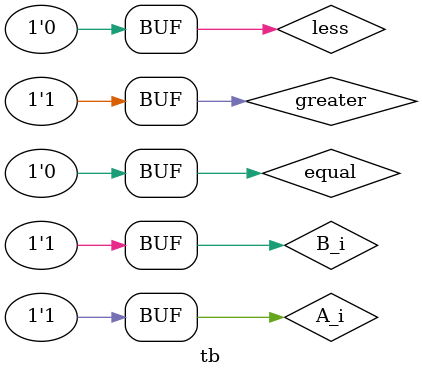
<source format=v>
`timescale 1ns / 1ps


module tb();
reg less;
reg equal;
reg greater;
reg A_i;
reg B_i;
wire AgB;
wire AlB;
wire AeB;

initial
begin
// testing for equal
less <= 0;
equal <= 1;
greater <= 0;
// cases
A_i <= 0;
B_i <= 0;
#10
A_i <= 1;
B_i <= 0;
#10
A_i <= 0;
B_i <= 1;
#10
A_i <= 1;
B_i <= 1;
#10
// testing for less
less <= 1;
equal <= 0;
greater <= 0;
// cases
A_i <= 0;
B_i <= 0;
#10
A_i <= 1;
B_i <= 0;
#10
A_i <= 0;
B_i <= 1;
#10
A_i <= 1;
B_i <= 1;
#10
// testing for greater
less <= 0;
equal <= 0;
greater <= 1;
// cases
A_i <= 0;
B_i <= 0;
#10
A_i <= 1;
B_i <= 0;
#10
A_i <= 0;
B_i <= 1;
#10
A_i <= 1;
B_i <= 1;
end

C31 test_31 (
    .le(less),
    .eq(equal),
    .gr(greater),
    .A(A_i),
    .B(B_i),
    .A_le_B(AlB),
    .A_eq_B(AeB),
    .A_gr_B(AgB)
    );

endmodule

</source>
